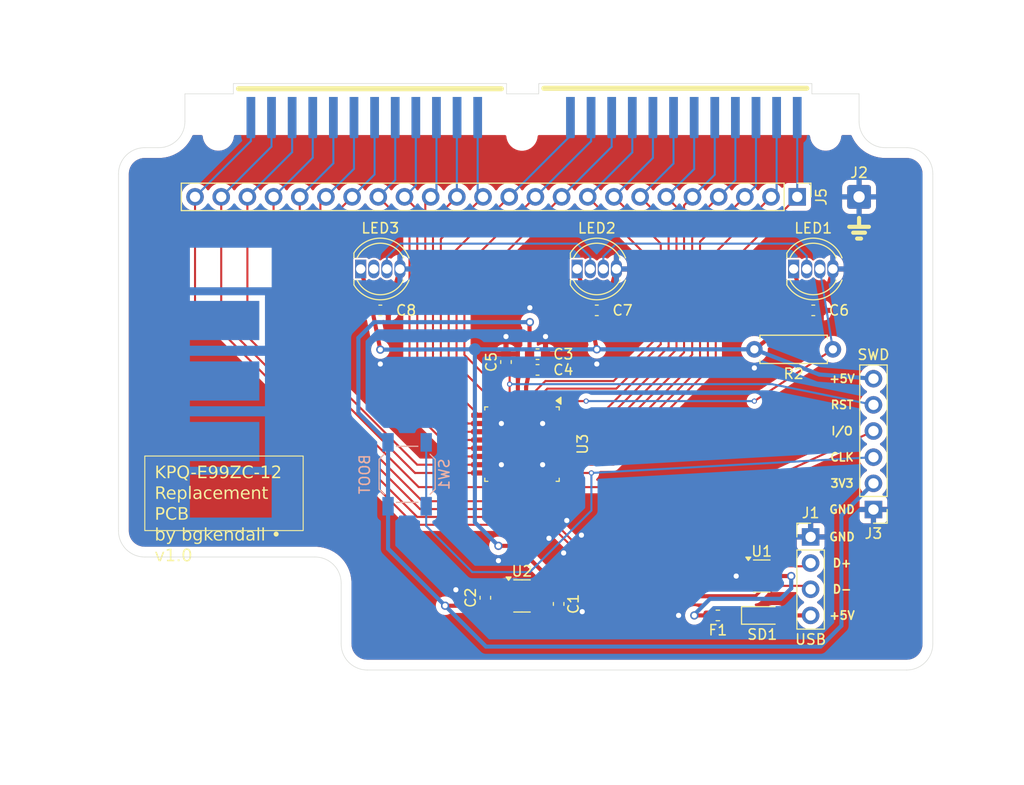
<source format=kicad_pcb>
(kicad_pcb (version 20241229) (generator "pcbnew") (generator_version "9.0")
  (title_block (title "KPQ-E99ZC-12 Replacement PCB") (date "2025-03-10") (rev "v1.0") (company "bgkendall"))
  (layers (0 "F.Cu" signal) (2 "B.Cu" signal) (13 "F.Paste" user) (15 "B.Paste" user) (5 "F.SilkS" user "F.Silkscreen") (7 "B.SilkS" user "B.Silkscreen") (1 "F.Mask" user) (3 "B.Mask" user) (25 "Edge.Cuts" user))
  (net 0 "")
  (net 1 "GND")
  (net 2 "+5V")
  (net 3 "+3V3")
  (net 4 "NRST")
  (net 5 "VBUS")
  (net 6 "USBP_D+")
  (net 7 "USBP_D-")
  (net 8 "SWDIO")
  (net 9 "BOOT0{slash}SWCLK")
  (net 10 "Col11")
  (net 11 "Col8")
  (net 12 "Col15")
  (net 13 "Col10")
  (net 14 "Col7")
  (net 15 "Col12")
  (net 16 "Col14")
  (net 17 "Col9")
  (net 18 "Col6")
  (net 19 "Col5")
  (net 20 "Col16")
  (net 21 "Col13")
  (net 22 "Row1")
  (net 23 "Col1")
  (net 24 "Col3")
  (net 25 "Col2")
  (net 26 "Row6")
  (net 27 "Row2")
  (net 28 "Row5")
  (net 29 "Row3")
  (net 30 "Col4")
  (net 31 "Row4")
  (net 32 "Row8")
  (net 33 "Row7")
  (net 34 "LED")
  (net 35 "Net-(LED1-DOUT)")
  (net 36 "Net-(LED2-DOUT)")
  (net 38 "USB_D-")
  (net 39 "USB_D+")
  (net 40 "Net-(SD1-K)")
  (footprint "Project_Library:PinHeader_1x04_P2.54mm_Vertical" (layer "F.Cu") (at 128 139.010355)
    (property "Reference" "J1")
    (property "Value" "USB")
  )
  (footprint "Capacitor_SMD:C_0603_1608Metric" (layer "F.Cu") (at 96.444 144.916 90)
    (property "Reference" "C2")
    (property "Value" "1µF")
  )
  (footprint "Diode_SMD:D_SOD-323_HandSoldering" (layer "F.Cu") (at 123.306 146.630355)
    (property "Reference" "SD1")
    (property "Value" "PMEG2010EA")
  )
  (footprint "Resistor_THT:R_Axial_DIN0207_L6.3mm_D2.5mm_P7.62mm_Horizontal" (layer "F.Cu") (at 130.161 120.8 180)
    (property "Reference" "R2")
    (property "Value" "10kΩ")
  )
  (footprint "Capacitor_SMD:C_0603_1608Metric" (layer "F.Cu") (at 107.256 117.018 180)
    (property "Reference" "C7")
    (property "Value" "100nF")
  )
  (footprint "Package_TO_SOT_SMD:SOT-23-6" (layer "F.Cu") (at 123.256 142.810355)
    (property "Reference" "U1")
    (property "Value" "USBLC6-2SC6")
  )
  (footprint "Connector_Wire:SolderWire-0.5sqmm_1x01_D0.9mm_OD2.3mm" (layer "F.Cu") (at 132.7 106)
    (property "Reference" "J2")
    (property "Value" "Chassis")
  )
  (footprint "Package_QFP:LQFP-32_7x7mm_P0.8mm" (layer "F.Cu") (at 100 130 -90)
    (property "Reference" "U3")
    (property "Value" "STM32C071KBT6")
  )
  (footprint "LED_THT:LED_D5.0mm-4_RGB" (layer "F.Cu") (at 105.351 113)
    (property "Reference" "LED2")
    (property "Value" "8mm RGB LED")
  )
  (footprint "Package_TO_SOT_SMD:SOT-23-3" (layer "F.Cu") (at 100 144.741)
    (property "Reference" "U2")
    (property "Value" "XC6206P332MR-G")
  )
  (footprint "Connector_PinHeader_2.54mm:PinHeader_1x24_P2.54mm_Vertical" (layer "F.Cu") (at 126.7 106 -90)
    (property "Reference" "J5")
    (property "Value" "Alternate Connector")
  )
  (footprint "LED_THT:LED_D5.0mm-4_RGB" (layer "F.Cu") (at 126.351 113)
    (property "Reference" "LED1")
    (property "Value" "8mm RGB LED")
  )
  (footprint "Capacitor_SMD:C_0603_1608Metric" (layer "F.Cu") (at 98.4464 122.0324 90)
    (property "Reference" "C5")
    (property "Value" "100nF")
  )
  (footprint "Capacitor_SMD:C_0603_1608Metric" (layer "F.Cu") (at 103.556 145.516 -90)
    (property "Reference" "C1")
    (property "Value" "1µF")
  )
  (footprint "Capacitor_SMD:C_0603_1608Metric" (layer "F.Cu") (at 128.256 117.018 180)
    (property "Reference" "C6")
    (property "Value" "100nF")
  )
  (footprint "Capacitor_SMD:C_0603_1608Metric" (layer "F.Cu") (at 101.5074 122.7944)
    (property "Reference" "C4")
    (property "Value" "100nF")
  )
  (footprint "LED_THT:LED_D5.0mm-4_RGB" (layer "F.Cu") (at 84.351 113)
    (property "Reference" "LED3")
    (property "Value" "8mm RGB LED")
  )
  (footprint "Capacitor_SMD:C_0603_1608Metric" (layer "F.Cu") (at 86.256 117.018 180)
    (property "Reference" "C8")
    (property "Value" "100nF")
  )
  (footprint "Fuse:Fuse_0603_1608Metric_Pad1.05x0.95mm_HandSolder" (layer "F.Cu") (at 119.002 146.630355 180)
    (property "Reference" "F1")
    (property "Value" "500mA")
  )
  (footprint "Project_Library:PinHeader_1x06_P2.54mm_Vertical" (layer "F.Cu") (at 134.096 136.35 180)
    (property "Reference" "J3")
    (property "Value" "SWD")
  )
  (footprint "Capacitor_SMD:C_0603_1608Metric" (layer "F.Cu") (at 101.5074 121.2704)
    (property "Reference" "C3")
    (property "Value" "4.7µF")
  )
  (footprint "Button_Switch_SMD:SW_SPST_SKQG_WithStem" (layer "B.Cu") (at 88.856 132.93 90)
    (property "Reference" "SW1")
    (property "Value" "BOOT")
  )
  (footprint "Project_Library:Edge_Connector_01x24" (layer "B.Cu") (at 100 100 180)
    (property "Reference" "J4" (hide yes))
    (property "Value" "Edge Connector")
    (fp_line (start 32.7 4) (end 28 4) (stroke (width 0.05)) (layer "Edge.Cuts"))
    (fp_line (start 32.7 1.315) (end 32.7 4) (stroke (width 0.05)) (layer "Edge.Cuts"))
    (fp_line (start 28 5) (end 28 4) (stroke (width 0.05)) (layer "Edge.Cuts"))
    (fp_line (start 1.5 5) (end 28 5) (stroke (width 0.05)) (layer "Edge.Cuts"))
    (fp_line (start 1.5 4) (end 1.5 5) (stroke (width 0.05)) (layer "Edge.Cuts"))
    (fp_line (start -1.625 5) (end -1.625 4) (stroke (width 0.05)) (layer "Edge.Cuts"))
    (fp_line (start -1.625 4) (end 1.5 4) (stroke (width 0.05)) (layer "Edge.Cuts"))
    (fp_line (start -28.125 5) (end -1.625 5) (stroke (width 0.05)) (layer "Edge.Cuts"))
    (fp_line (start -28.125 5) (end -28.125 4) (stroke (width 0.05)) (layer "Edge.Cuts"))
    (fp_line (start -32.7 4) (end -28.125 4) (stroke (width 0.05)) (layer "Edge.Cuts"))
    (fp_line (start -32.7 4) (end -32.7 1.315) (stroke (width 0.05)) (layer "Edge.Cuts"))
    (fp_arc (start 32.7 1.315) (mid 33.443949 -0.481051) (end 35.24 -1.225) (stroke (width 0.05)) (layer "Edge.Cuts"))
    (fp_arc (start -35.24 -1.225) (mid -33.443949 -0.481051) (end -32.7 1.315) (stroke (width 0.05)) (layer "Edge.Cuts"))
  )
  (gr_line (start 139.856 103.765) (end 139.856 149.39) (stroke (width 0.05)) (layer "Edge.Cuts"))
  (gr_line (start 137.316 151.93) (end 84.996 151.93) (stroke (width 0.05)) (layer "Edge.Cuts"))
  (gr_line (start 63.396 101.225) (end 64.76 101.225) (stroke (width 0.05)) (layer "Edge.Cuts"))
  (gr_arc (start 139.856 149.39) (mid 139.112051 151.186051) (end 137.316 151.93) (stroke (width 0.05)) (layer "Edge.Cuts"))
  (gr_line (start 135.24 101.225) (end 137.316 101.225) (stroke (width 0.05)) (layer "Edge.Cuts"))
  (gr_arc (start 60.856 103.765) (mid 61.599949 101.968949) (end 63.396 101.225) (stroke (width 0.05)) (layer "Edge.Cuts"))
  (gr_arc (start 63.396 140.96) (mid 61.599949 140.216051) (end 60.856 138.42) (stroke (width 0.05)) (layer "Edge.Cuts"))
  (gr_line (start 63.396 140.96) (end 79.916 140.96) (stroke (width 0.05)) (layer "Edge.Cuts"))
  (gr_line (start 60.856 138.42) (end 60.856 103.765) (stroke (width 0.05)) (layer "Edge.Cuts"))
  (gr_arc (start 79.916 140.96) (mid 81.712051 141.703949) (end 82.456 143.5) (stroke (width 0.05)) (layer "Edge.Cuts"))
  (gr_arc (start 137.316 101.225) (mid 139.112051 101.968949) (end 139.856 103.765) (stroke (width 0.05)) (layer "Edge.Cuts"))
  (gr_arc (start 84.996 151.93) (mid 83.199949 151.186051) (end 82.456 149.39) (stroke (width 0.05)) (layer "Edge.Cuts"))
  (gr_line (start 82.456 143.5) (end 82.456 149.39) (stroke (width 0.05)) (layer "Edge.Cuts"))
  (gr_text "ミツミ" (at 66.98 123.876 270) (layer "B.Cu" knockout) (effects (font (size 7 7) (thickness 1.25) (bold yes)) (justify bottom mirror)))
  (gr_text "⏚" (at 132.7 109.144 0) (layer "F.SilkS") (effects (font (size 2 2) (thickness 0.4))))
  (gr_text_box "${TITLE}\nby ${COMPANY} • ${REVISION}" (start 63.40594 131.155893) (end 78.77294 138.394893) (margins 1.0025 1.0025 1.0025 1.0025) (layer "F.SilkS") (effects (font (size 1.2 1.2) (thickness 0.1)) (justify left top)) (border yes) (stroke (width 0.1)))
  (segment (start 98.4464 121.2574) (end 98.4464 119.558) (width 0.4) (layer "F.Cu") (net 1))
  (segment (start 123.28 142.295181) (end 123.28 140.238355) (width 0.3) (layer "F.Cu") (net 1))
  (segment (start 87.031 117.018) (end 88.161 113) (width 0.4) (layer "F.Cu") (net 1))
  (segment (start 98.8625 142.4605) (end 98.8625 143.791) (width 0.4) (layer "F.Cu") (net 1))
  (segment (start 99.6 125.825) (end 99.6 127.54) (width 0.4) (layer "F.Cu") (net 1))
  (segment (start 122.1185 142.810355) (end 122.764826 142.810355) (width 0.3) (layer "F.Cu") (net 1))
  (segment (start 120.78 142.810355) (end 122.1185 142.810355) (width 0.4) (layer "F.Cu") (net 1))
  (segment (start 123.28 140.238355) (end 124.508 139.010355) (width 0.3) (layer "F.Cu") (net 1))
  (segment (start 100.762 116.764) (end 100.508 116.764) (width 0.4) (layer "F.Cu") (net 1))
  (segment (start 129.031 117.018) (end 130.161 113) (width 0.4) (layer "F.Cu") (net 1))
  (segment (start 99.6 127.54) (end 100.06 128) (width 0.4) (layer "F.Cu") (net 1))
  (segment (start 100.06 128) (end 102 128) (width 0.4) (layer "F.Cu") (net 1))
  (segment (start 93.584 144.141) (end 96.444 144.141) (width 0.4) (layer "F.Cu") (net 1))
  (segment (start 97.714 141.312) (end 98.8625 142.4605) (width 0.4) (layer "F.Cu") (net 1))
  (segment (start 108.031 117.018) (end 109.161 113) (width 0.4) (layer "F.Cu") (net 1))
  (segment (start 103.556 146.291) (end 105.816 146.291) (width 0.4) (layer "F.Cu") (net 1))
  (segment (start 122.764826 142.810355) (end 123.28 142.295181) (width 0.3) (layer "F.Cu") (net 1))
  (segment (start 102.2824 121.2704) (end 102.2824 119.558) (width 0.4) (layer "F.Cu") (net 1))
  (segment (start 99.6 117.672) (end 99.6 125.825) (width 0.4) (layer "F.Cu") (net 1))
  (segment (start 105.7658 138.8366) (end 104.3434 137.4142) (width 0.4) (layer "F.Cu") (net 1))
  (segment (start 124.508 139.010355) (end 128 139.010355) (width 0.3) (layer "F.Cu") (net 1))
  (segment (start 105.816 146.254) (end 105.842 146.228) (width 0.4) (layer "F.Cu") (net 1))
  (segment (start 100.508 116.764) (end 99.6 117.672) (width 0.4) (layer "F.Cu") (net 1))
  (via (at 104.0386 140.5638) (size 0.8) (drill 0.5) (layers "F.Cu" "B.Cu") (net 1))
  (via (at 98 132) (size 0.8) (drill 0.5) (layers "F.Cu" "B.Cu") (net 1))
  (via (at 98.4464 119.558) (size 0.8) (drill 0.5) (layers "F.Cu" "B.Cu") (net 1))
  (via (at 102 128) (size 0.8) (drill 0.5) (layers "F.Cu" "B.Cu") (net 1))
  (via (at 86.256 122.225) (size 0.8) (drill 0.5) (layers "F.Cu" "B.Cu") (net 1))
  (via (at 100.762 116.764) (size 0.8) (drill 0.5) (layers "F.Cu" "B.Cu") (net 1))
  (via (at 98 128) (size 0.8) (drill 0.5) (layers "F.Cu" "B.Cu") (net 1))
  (via (at 93.584 144.141) (size 0.8) (drill 0.5) (layers "F.Cu" "B.Cu") (net 1))
  (via (at 105.7658 138.8366) (size 0.8) (drill 0.5) (layers "F.Cu" "B.Cu") (net 1))
  (via (at 104.3434 137.4142) (size 0.8) (drill 0.5) (layers "F.Cu" "B.Cu") (net 1))
  (via (at 115.192 146.630355) (size 0.8) (drill 0.5) (layers "F.Cu" "B.Cu") (net 1))
  (via (at 120.78 142.810355) (size 0.8) (drill 0.5) (layers "F.Cu" "B.Cu") (net 1))
  (via (at 102 132) (size 0.8) (drill 0.5) (layers "F.Cu" "B.Cu") (net 1))
  (via (at 105.842 146.265) (size 0.8) (drill 0.5) (layers "F.Cu" "B.Cu") (net 1))
  (via (at 107.256 122.225) (size 0.8) (drill 0.5) (layers "F.Cu" "B.Cu") (net 1))
  (via (at 122.541 122.606) (size 0.8) (drill 0.5) (layers "F.Cu" "B.Cu") (net 1))
  (via (at 97.714 141.312) (size 0.8) (drill 0.5) (layers "F.Cu" "B.Cu") (net 1))
  (via (at 102.6162 139.1414) (size 0.8) (drill 0.5) (layers "F.Cu" "B.Cu") (net 1))
  (via (at 102.2824 119.558) (size 0.8) (drill 0.5) (layers "F.Cu" "B.Cu") (net 1))
  (segment (start 120.78 142.810355) (end 105.7658 138.8366) (width 0.4) (layer "B.Cu") (net 1))
  (segment (start 104.3434 137.4142) (end 102 132) (width 0.4) (layer "B.Cu") (net 1))
  (segment (start 102 132) (end 102 128) (width 0.4) (layer "B.Cu") (net 1))
  (segment (start 126.114 142.810355) (end 124.3935 142.810355) (width 0.4) (layer "F.Cu") (net 2))
  (segment (start 85.481 117.018) (end 86.256 120.828) (width 0.4) (layer "F.Cu") (net 2))
  (segment (start 123.756 142.810355) (end 123.255905 143.31045) (width 0.3) (layer "F.Cu") (net 2))
  (segment (start 122.541 120.8) (end 127.481 117.018) (width 0.4) (layer "F.Cu") (net 2))
  (segment (start 127.481 117.018) (end 126.351 113) (width 0.4) (layer "F.Cu") (net 2))
  (segment (start 97.714 139.878) (end 99.492 139.878) (width 0.4) (layer "F.Cu") (net 2))
  (segment (start 99.492 139.878) (end 103.556 143.942) (width 0.4) (layer "F.Cu") (net 2))
  (segment (start 85.481 117.018) (end 84.351 113) (width 0.4) (layer "F.Cu") (net 2))
  (segment (start 118.127001 146.630355) (end 116.716 146.630355) (width 0.4) (layer "F.Cu") (net 2))
  (segment (start 123.255905 144.13955) (end 122.6251 144.770355) (width 0.3) (layer "F.Cu") (net 2))
  (segment (start 123.255905 143.31045) (end 123.255905 144.13955) (width 0.3) (layer "F.Cu") (net 2))
  (segment (start 106.481 117.018) (end 107.256 120.8) (width 0.4) (layer "F.Cu") (net 2))
  (segment (start 103.556 144.770355) (end 122.6251 144.770355) (width 0.4) (layer "F.Cu") (net 2))
  (segment (start 103.556 143.942) (end 103.556 144.741) (width 0.4) (layer "F.Cu") (net 2))
  (segment (start 101.1375 144.741) (end 103.556 144.741) (width 0.4) (layer "F.Cu") (net 2))
  (segment (start 106.481 117.018) (end 105.351 113) (width 0.4) (layer "F.Cu") (net 2))
  (via (at 107.256 120.8) (size 0.8) (drill 0.5) (layers "F.Cu" "B.Cu") (net 2))
  (via (at 97.714 139.878) (size 0.8) (drill 0.5) (layers "F.Cu" "B.Cu") (net 2))
  (via (at 86.256 120.828) (size 0.8) (drill 0.5) (layers "F.Cu" "B.Cu") (net 2))
  (via (at 116.716 146.630355) (size 0.8) (drill 0.5) (layers "F.Cu" "B.Cu") (net 2))
  (via (at 126.114 142.810355) (size 0.8) (drill 0.5) (layers "F.Cu" "B.Cu") (net 2))
  (segment (start 128.829 123.241) (end 134.096 123.65) (width 0.4) (layer "B.Cu") (net 2))
  (segment (start 118.24 145.024355) (end 125.098 145.024355) (width 0.4) (layer "B.Cu") (net 2))
  (segment (start 95.428 120.8) (end 95.428 137.592) (width 0.4) (layer "B.Cu") (net 2))
  (segment (start 95.428 137.592) (end 97.714 139.878) (width 0.4) (layer "B.Cu") (net 2))
  (segment (start 125.098 145.024355) (end 126.114 144.008355) (width 0.4) (layer "B.Cu") (net 2))
  (segment (start 126.114 144.008355) (end 126.114 142.810355) (width 0.4) (layer "B.Cu") (net 2))
  (segment (start 122.541 120.8) (end 128.829 123.241) (width 0.4) (layer "B.Cu") (net 2))
  (segment (start 116.716 146.548355) (end 118.24 145.024355) (width 0.4) (layer "B.Cu") (net 2))
  (segment (start 86.256 120.828) (end 95.428 120.8) (width 0.4) (layer "B.Cu") (net 2))
  (segment (start 95.428 120.8) (end 122.541 120.8) (width 0.4) (layer "B.Cu") (net 2))
  (segment (start 95.4 120.828) (end 95.428 120.8) (width 0.4) (layer "B.Cu") (net 2))
  (segment (start 100.7324 118.1906) (end 100.762 118.161) (width 0.4) (layer "F.Cu") (net 3))
  (segment (start 100.4 124.4328) (end 100.7324 122.7944) (width 0.4) (layer "F.Cu") (net 3))
  (segment (start 100.7324 121.2704) (end 100.7324 118.1906) (width 0.4) (layer "F.Cu") (net 3))
  (segment (start 100.4 125.825) (end 100.4 124.4328) (width 0.4) (layer "F.Cu") (net 3))
  (segment (start 92.544 145.691) (end 92.54 145.687) (width 0.4) (layer "F.Cu") (net 3))
  (segment (start 100.7324 122.7944) (end 100.7324 121.2704) (width 0.4) (layer "F.Cu") (net 3))
  (segment (start 96.444 145.691) (end 92.544 145.691) (width 0.4) (layer "F.Cu") (net 3))
  (segment (start 98.8625 145.691) (end 96.444 145.691) (width 0.4) (layer "F.Cu") (net 3))
  (via (at 92.54 145.687) (size 0.8) (drill 0.5) (layers "F.Cu" "B.Cu") (net 3))
  (via (at 100.762 118.161) (size 0.8) (drill 0.5) (layers "F.Cu" "B.Cu") (net 3))
  (segment (start 87.005999 129.83) (end 87.005999 140.152999) (width 0.4) (layer "B.Cu") (net 3))
  (segment (start 130.988 147.625) (end 130.988 136.918) (width 0.4) (layer "B.Cu") (net 3))
  (segment (start 84.125 119.685) (end 84.125 126.949001) (width 0.4) (layer "B.Cu") (net 3))
  (segment (start 130.988 136.918) (end 134.096 133.81) (width 0.4) (layer "B.Cu") (net 3))
  (segment (start 128.956 149.657) (end 130.988 147.625) (width 0.4) (layer "B.Cu") (net 3))
  (segment (start 87.005999 140.152999) (end 96.51 149.657) (width 0.4) (layer "B.Cu") (net 3))
  (segment (start 84.125 126.949001) (end 87.005999 129.83) (width 0.4) (layer "B.Cu") (net 3))
  (segment (start 96.51 149.657) (end 128.956 149.657) (width 0.4) (layer "B.Cu") (net 3))
  (segment (start 85.649 118.161) (end 84.125 119.685) (width 0.4) (layer "B.Cu") (net 3))
  (segment (start 100.762 118.161) (end 85.649 118.161) (width 0.4) (layer "B.Cu") (net 3))
  (segment (start 98.8 123.876) (end 98.8 122.7944) (width 0.2) (layer "F.Cu") (net 4))
  (segment (start 98.8 125.825) (end 98.8 123.876) (width 0.2) (layer "F.Cu") (net 4))
  (via (at 98.8 124.1808) (size 0.5) (drill 0.3) (layers "F.Cu" "B.Cu") (net 4))
  (segment (start 124.257 124.1808) (end 134.096 126.19) (width 0.2) (layer "B.Cu") (net 4))
  (segment (start 98.8 124.1808) (end 124.257 124.1808) (width 0.2) (layer "B.Cu") (net 4))
  (segment (start 128 146.630355) (end 124.555999 146.630355) (width 0.4) (layer "F.Cu") (net 5))
  (segment (start 124.3935 141.860355) (end 127.69 141.860355) (width 0.2) (layer "F.Cu") (net 6))
  (segment (start 124.3935 143.760355) (end 127.67 143.760355) (width 0.2) (layer "F.Cu") (net 7))
  (segment (start 127.67 143.760355) (end 128 144.090355) (width 0.2) (layer "F.Cu") (net 7))
  (segment (start 122.352 134.175) (end 134.096 128.73) (width 0.2) (layer "F.Cu") (net 8))
  (segment (start 122.352 134.175) (end 102.8 134.175) (width 0.2) (layer "F.Cu") (net 8))
  (segment (start 104.175 132.8) (end 106.731 132.8) (width 0.2) (layer "F.Cu") (net 9))
  (via (at 106.731 132.8) (size 0.5) (drill 0.3) (layers "F.Cu" "B.Cu") (net 9))
  (segment (start 95.174 142.418) (end 100.762 142.418) (width 0.2) (layer "B.Cu") (net 9))
  (segment (start 90.706001 136.03) (end 90.706001 137.950001) (width 0.2) (layer "B.Cu") (net 9))
  (segment (start 100.762 142.418) (end 106.731 136.449) (width 0.2) (layer "B.Cu") (net 9))
  (segment (start 90.706001 129.83) (end 90.706001 136.03) (width 0.2) (layer "B.Cu") (net 9))
  (segment (start 90.706001 137.950001) (end 95.174 142.418) (width 0.2) (layer "B.Cu") (net 9))
  (segment (start 106.731 136.449) (end 106.731 132.751757) (width 0.2) (layer "B.Cu") (net 9))
  (segment (start 106.731 132.8) (end 134.096 131.27) (width 0.2) (layer "B.Cu") (net 9))
  (segment (start 80.442 106.538) (end 80.98 106) (width 0.2) (layer "F.Cu") (net 10))
  (segment (start 95.825 132.8) (end 89.62 132.8) (width 0.2) (layer "F.Cu") (net 10))
  (segment (start 89.62 132.8) (end 80.442 123.622) (width 0.2) (layer "F.Cu") (net 10))
  (segment (start 80.442 123.622) (end 80.442 106.538) (width 0.2) (layer "F.Cu") (net 10))
  (segment (start 83.7 103.28) (end 83.7 98) (width 0.2) (layer "B.Cu") (net 10))
  (segment (start 80.98 106) (end 83.7 103.28) (width 0.2) (layer "B.Cu") (net 10))
  (segment (start 89.84 126.1472) (end 89.84 107.24) (width 0.2) (layer "F.Cu") (net 11))
  (segment (start 94.0928 130.4) (end 89.84 126.1472) (width 0.2) (layer "F.Cu") (net 11))
  (segment (start 95.825 130.4) (end 94.0928 130.4) (width 0.2) (layer "F.Cu") (net 11))
  (segment (start 89.84 107.24) (end 88.6 106) (width 0.2) (layer "F.Cu") (net 11))
  (segment (start 88.6 106) (end 89.7 104.9) (width 0.2) (layer "B.Cu") (net 11))
  (segment (start 89.7 104.9) (end 89.7 98) (width 0.2) (layer "B.Cu") (net 11))
  (segment (start 99.6 134.924999) (end 97.455799 137.0692) (width 0.2) (layer "F.Cu") (net 12))
  (segment (start 89.8252 137.0692) (end 70.82 118.064) (width 0.2) (layer "F.Cu") (net 12))
  (segment (start 99.6 134.175) (end 99.6 134.924999) (width 0.2) (layer "F.Cu") (net 12))
  (segment (start 70.82 118.064) (end 70.82 106) (width 0.2) (layer "F.Cu") (net 12))
  (segment (start 97.455799 137.0692) (end 89.8252 137.0692) (width 0.2) (layer "F.Cu") (net 12))
  (segment (start 75.7 101.12) (end 75.7 98) (width 0.2) (layer "B.Cu") (net 12))
  (segment (start 70.82 106) (end 75.7 101.12) (width 0.2) (layer "B.Cu") (net 12))
  (segment (start 89.836 132) (end 82.474 124.638) (width 0.2) (layer "F.Cu") (net 13))
  (segment (start 82.474 124.638) (end 82.474 107.046) (width 0.2) (layer "F.Cu") (net 13))
  (segment (start 95.825 132) (end 89.836 132) (width 0.2) (layer "F.Cu") (net 13))
  (segment (start 82.474 107.046) (end 83.52 106) (width 0.2) (layer "F.Cu") (net 13))
  (segment (start 85.7 103.82) (end 85.7 98) (width 0.2) (layer "B.Cu") (net 13))
  (segment (start 83.52 106) (end 85.7 103.82) (width 0.2) (layer "B.Cu") (net 13))
  (segment (start 90.62 125.9112) (end 94.3088 129.6) (width 0.2) (layer "F.Cu") (net 14))
  (segment (start 90.62 125.9112) (end 90.62 106.52) (width 0.2) (layer "F.Cu") (net 14))
  (segment (start 95.825 129.6) (end 94.3088 129.6) (width 0.2) (layer "F.Cu") (net 14))
  (segment (start 91.7 105.44) (end 91.7 98) (width 0.2) (layer "B.Cu") (net 14))
  (segment (start 91.14 106) (end 91.7 105.44) (width 0.2) (layer "B.Cu") (net 14))
  (segment (start 97.2 134.175) (end 89.979 134.175) (width 0.2) (layer "F.Cu") (net 15))
  (segment (start 78.44 122.636) (end 78.44 106) (width 0.2) (layer "F.Cu") (net 15))
  (segment (start 89.979 134.175) (end 78.44 122.636) (width 0.2) (layer "F.Cu") (net 15))
  (segment (start 81.7 102.74) (end 81.7 98) (width 0.2) (layer "B.Cu") (net 15))
  (segment (start 78.44 106) (end 81.7 102.74) (width 0.2) (layer "B.Cu") (net 15))
  (segment (start 73.36 119.55845) (end 73.36 106) (width 0.2) (layer "F.Cu") (net 16))
  (segment (start 98.8 134.175) (end 98.8 134.924999) (width 0.2) (layer "F.Cu") (net 16))
  (segment (start 90.10875 136.3072) (end 73.36 119.55845) (width 0.2) (layer "F.Cu") (net 16))
  (segment (start 97.417799 136.3072) (end 90.10875 136.3072) (width 0.2) (layer "F.Cu") (net 16))
  (segment (start 98.8 134.924999) (end 97.417799 136.3072) (width 0.2) (layer "F.Cu") (net 16))
  (segment (start 73.36 106) (end 77.7 101.66) (width 0.2) (layer "B.Cu") (net 16))
  (segment (start 77.7 101.66) (end 77.7 98) (width 0.2) (layer "B.Cu") (net 16))
  (segment (start 89.0854 126.4086) (end 89.0854 109.0254) (width 0.2) (layer "F.Cu") (net 17))
  (segment (start 95.825 131.2) (end 93.8768 131.2) (width 0.2) (layer "F.Cu") (net 17))
  (segment (start 89.0854 109.0254) (end 86.06 106) (width 0.2) (layer "F.Cu") (net 17))
  (segment (start 93.8768 131.2) (end 89.0854 126.4086) (width 0.2) (layer "F.Cu") (net 17))
  (segment (start 87.7 104.36) (end 87.7 98) (width 0.2) (layer "B.Cu") (net 17))
  (segment (start 86.06 106) (end 87.7 104.36) (width 0.2) (layer "B.Cu") (net 17))
  (segment (start 95.825 128.8) (end 94.5248 128.8) (width 0.2) (layer "F.Cu") (net 18))
  (segment (start 91.364 125.6392) (end 91.364 108.316) (width 0.2) (layer "F.Cu") (net 18))
  (segment (start 91.364 108.316) (end 93.68 106) (width 0.2) (layer "F.Cu") (net 18))
  (segment (start 94.5248 128.8) (end 91.364 125.6392) (width 0.2) (layer "F.Cu") (net 18))
  (segment (start 93.68 106) (end 93.68 98.02) (width 0.2) (layer "B.Cu") (net 18))
  (segment (start 92.126 125.3852) (end 92.126 110.094) (width 0.2) (layer "F.Cu") (net 19))
  (segment (start 95.825 128) (end 94.7408 128) (width 0.2) (layer "F.Cu") (net 19))
  (segment (start 92.126 110.094) (end 96.22 106) (width 0.2) (layer "F.Cu") (net 19))
  (segment (start 94.7408 128) (end 92.126 125.3852) (width 0.2) (layer "F.Cu") (net 19))
  (segment (start 95.7 105.48) (end 95.7 98) (width 0.2) (layer "B.Cu") (net 19))
  (segment (start 68.28 116.54) (end 68.28 106) (width 0.2) (layer "F.Cu") (net 20))
  (segment (start 97.493799 137.8312) (end 89.5712 137.8312) (width 0.2) (layer "F.Cu") (net 20))
  (segment (start 100.4 134.924999) (end 97.493799 137.8312) (width 0.2) (layer "F.Cu") (net 20))
  (segment (start 100.4 134.175) (end 100.4 134.924999) (width 0.2) (layer "F.Cu") (net 20))
  (segment (start 89.5712 137.8312) (end 68.28 116.54) (width 0.2) (layer "F.Cu") (net 20))
  (segment (start 73.7 98.3) (end 73.7 100.58) (width 0.2) (layer "B.Cu") (net 20))
  (segment (start 73.7 100.58) (end 68.28 106) (width 0.2) (layer "B.Cu") (net 20))
  (segment (start 90.3332 135.5452) (end 75.9 121.112) (width 0.2) (layer "F.Cu") (net 21))
  (segment (start 98 134.924999) (end 97.379799 135.5452) (width 0.2) (layer "F.Cu") (net 21))
  (segment (start 97.379799 135.5452) (end 90.3332 135.5452) (width 0.2) (layer "F.Cu") (net 21))
  (segment (start 75.9 121.112) (end 75.9 106) (width 0.2) (layer "F.Cu") (net 21))
  (segment (start 98 134.175) (end 98 134.924999) (width 0.2) (layer "F.Cu") (net 21))
  (segment (start 79.7 102.2) (end 79.7 98) (width 0.2) (layer "B.Cu") (net 21))
  (segment (start 75.9 106) (end 79.7 102.2) (width 0.2) (layer "B.Cu") (net 21))
  (segment (start 126.7 106) (end 118.796 113.904) (width 0.2) (layer "F.Cu") (net 22))
  (segment (start 118.796 122.0832) (end 108.8792 132) (width 0.2) (layer "F.Cu") (net 22))
  (segment (start 118.796 113.904) (end 118.796 122.0832) (width 0.2) (layer "F.Cu") (net 22))
  (segment (start 108.8792 132) (end 104.175 132) (width 0.2) (layer "F.Cu") (net 22))
  (segment (start 126.7 106) (end 126.7 98) (width 0.2) (layer "B.Cu") (net 22))
  (segment (start 102.2712 123.876) (end 108.89 123.876) (width 0.2) (layer "F.Cu") (net 23))
  (segment (start 101.2 124.9472) (end 102.2712 123.876) (width 0.2) (layer "F.Cu") (net 23))
  (segment (start 108.89 123.876) (end 112.7 120.066) (width 0.2) (layer "F.Cu") (net 23))
  (segment (start 112.7 120.066) (end 112.7 112.32) (width 0.2) (layer "F.Cu") (net 23))
  (segment (start 101.2 125.825) (end 101.2 124.9472) (width 0.2) (layer "F.Cu") (net 23))
  (segment (start 112.7 112.32) (end 106.38 106) (width 0.2) (layer "F.Cu") (net 23))
  (segment (start 106.38 106) (end 110.7 101.68) (width 0.2) (layer "B.Cu") (net 23))
  (segment (start 110.7 101.68) (end 110.7 98) (width 0.2) (layer "B.Cu") (net 23))
  (segment (start 93.65 113.65) (end 101.3 106) (width 0.2) (layer "F.Cu") (net 24))
  (segment (start 97.2 125.825) (end 93.65 122.275) (width 0.2) (layer "F.Cu") (net 24))
  (segment (start 93.65 122.275) (end 93.65 113.65) (width 0.2) (layer "F.Cu") (net 24))
  (segment (start 106.7 100.6) (end 106.7 98) (width 0.2) (layer "B.Cu") (net 24))
  (segment (start 101.3 106) (end 106.7 100.6) (width 0.2) (layer "B.Cu") (net 24))
  (segment (start 98 125.269082) (end 98 124.924) (width 0.2) (layer "F.Cu") (net 25))
  (segment (start 94.412 115.428) (end 103.84 106) (width 0.2) (layer "F.Cu") (net 25))
  (segment (start 98 124.924) (end 94.412 121.336) (width 0.2) (layer "F.Cu") (net 25))
  (segment (start 94.412 121.336) (end 94.412 115.428) (width 0.2) (layer "F.Cu") (net 25))
  (segment (start 103.84 106) (end 108.7 101.14) (width 0.2) (layer "B.Cu") (net 25))
  (segment (start 108.7 101.14) (end 108.7 98) (width 0.2) (layer "B.Cu") (net 25))
  (segment (start 114.986 106.986) (end 114.986 120.8132) (width 0.2) (layer "F.Cu") (net 26))
  (segment (start 114 106) (end 114.986 106.986) (width 0.2) (layer "F.Cu") (net 26))
  (segment (start 107.7992 128) (end 104.175 128) (width 0.2) (layer "F.Cu") (net 26))
  (segment (start 114.986 120.8132) (end 107.7992 128) (width 0.2) (layer "F.Cu") (net 26))
  (segment (start 116.7 103.3) (end 116.7 98) (width 0.2) (layer "B.Cu") (net 26))
  (segment (start 114 106) (end 116.7 103.3) (width 0.2) (layer "B.Cu") (net 26))
  (segment (start 108.6632 131.2) (end 104.175 131.2) (width 0.2) (layer "F.Cu") (net 27))
  (segment (start 118.034 121.8292) (end 108.6632 131.2) (width 0.2) (layer "F.Cu") (net 27))
  (segment (start 124.16 106) (end 118.034 112.126) (width 0.2) (layer "F.Cu") (net 27))
  (segment (start 118.034 112.126) (end 118.034 121.8292) (width 0.2) (layer "F.Cu") (net 27))
  (segment (start 124.16 106) (end 124.7 105.46) (width 0.2) (layer "B.Cu") (net 27))
  (segment (start 124.7 105.46) (end 124.7 98) (width 0.2) (layer "B.Cu") (net 27))
  (segment (start 116.54 106) (end 115.722347 106.817653) (width 0.2) (layer "F.Cu") (net 28))
  (segment (start 115.722347 121.092853) (end 108.0152 128.8) (width 0.2) (layer "F.Cu") (net 28))
  (segment (start 115.722347 106.817653) (end 115.722347 121.092853) (width 0.2) (layer "F.Cu") (net 28))
  (segment (start 108.0152 128.8) (end 104.175 128.8) (width 0.2) (layer "F.Cu") (net 28))
  (segment (start 118.7 103.84) (end 118.7 98) (width 0.2) (layer "B.Cu") (net 28))
  (segment (start 116.54 106) (end 118.7 103.84) (width 0.2) (layer "B.Cu") (net 28))
  (segment (start 121.62 106) (end 117.272 110.348) (width 0.2) (layer "F.Cu") (net 29))
  (segment (start 117.272 121.5752) (end 108.4472 130.4) (width 0.2) (layer "F.Cu") (net 29))
  (segment (start 117.272 110.348) (end 117.272 121.5752) (width 0.2) (layer "F.Cu") (net 29))
  (segment (start 108.4472 130.4) (end 104.175 130.4) (width 0.2) (layer "F.Cu") (net 29))
  (segment (start 122.7 104.92) (end 122.7 98) (width 0.2) (layer "B.Cu") (net 29))
  (segment (start 121.62 106) (end 122.7 104.92) (width 0.2) (layer "B.Cu") (net 29))
  (segment (start 92.888 124.263) (end 92.888 111.872) (width 0.2) (layer "F.Cu") (net 30))
  (segment (start 95.825 127.2) (end 92.888 124.263) (width 0.2) (layer "F.Cu") (net 30))
  (segment (start 92.888 111.872) (end 98.76 106) (width 0.2) (layer "F.Cu") (net 30))
  (segment (start 98.76 106) (end 104.7 100.06) (width 0.2) (layer "B.Cu") (net 30))
  (segment (start 108.2312 129.6) (end 104.175 129.6) (width 0.2) (layer "F.Cu") (net 31))
  (segment (start 116.51 108.57) (end 116.51 121.3212) (width 0.2) (layer "F.Cu") (net 31))
  (segment (start 116.51 121.3212) (end 108.2312 129.6) (width 0.2) (layer "F.Cu") (net 31))
  (segment (start 119.08 106) (end 116.51 108.57) (width 0.2) (layer "F.Cu") (net 31))
  (segment (start 119.08 106) (end 120.7 104.38) (width 0.2) (layer "B.Cu") (net 31))
  (segment (start 120.7 104.38) (end 120.7 98) (width 0.2) (layer "B.Cu") (net 31))
  (segment (start 113.462 120.3052) (end 113.462 110.542) (width 0.2) (layer "F.Cu") (net 32))
  (segment (start 102.459001 124.616) (end 109.1512 124.616) (width 0.2) (layer "F.Cu") (net 32))
  (segment (start 109.1512 124.616) (end 113.462 120.3052) (width 0.2) (layer "F.Cu") (net 32))
  (segment (start 102 125.075001) (end 102.459001 124.616) (width 0.2) (layer "F.Cu") (net 32))
  (segment (start 102 125.825) (end 102 125.075001) (width 0.2) (layer "F.Cu") (net 32))
  (segment (start 113.462 110.542) (end 108.92 106) (width 0.2) (layer "F.Cu") (net 32))
  (segment (start 108.92 106) (end 112.7 102.22) (width 0.2) (layer "B.Cu") (net 32))
  (segment (start 112.7 102.22) (end 112.7 98) (width 0.2) (layer "B.Cu") (net 32))
  (segment (start 111.46 106) (end 114.224 108.764) (width 0.2) (layer "F.Cu") (net 33))
  (segment (start 114.224 108.764) (end 114.224 120.5592) (width 0.2) (layer "F.Cu") (net 33))
  (segment (start 107.5832 127.2) (end 104.175 127.2) (width 0.2) (layer "F.Cu") (net 33))
  (segment (start 114.224 120.5592) (end 107.5832 127.2) (width 0.2) (layer "F.Cu") (net 33))
  (segment (start 111.46 106) (end 114.7 102.76) (width 0.2) (layer "B.Cu") (net 33))
  (segment (start 114.7 102.76) (end 114.7 98) (width 0.2) (layer "B.Cu") (net 33))
  (segment (start 122.541 125.825) (end 130.161 120.8) (width 0.2) (layer "F.Cu") (net 34))
  (segment (start 106.221 125.825) (end 102.8 125.825) (width 0.2) (layer "F.Cu") (net 34))
  (via (at 122.541 125.825) (size 0.5) (drill 0.3) (layers "F.Cu" "B.Cu") (net 34))
  (via (at 106.221 125.825) (size 0.5) (drill 0.3) (layers "F.Cu" "B.Cu") (net 34))
  (segment (start 106.221 125.825) (end 122.479 125.825) (width 0.2) (layer "B.Cu") (net 34))
  (segment (start 130.161 120.8) (end 128.891 113) (width 0.2) (layer "B.Cu") (net 34))
  (segment (start 109.144 110.541) (end 126.416 110.541) (width 0.2) (layer "B.Cu") (net 35))
  (segment (start 107.891 113) (end 107.891 111.794) (width 0.2) (layer "B.Cu") (net 35))
  (segment (start 107.891 111.794) (end 109.144 110.541) (width 0.2) (layer "B.Cu") (net 35))
  (segment (start 127.621001 111.746001) (end 127.621001 113) (width 0.2) (layer "B.Cu") (net 35))
  (segment (start 126.416 110.541) (end 127.621001 111.746001) (width 0.2) (layer "B.Cu") (net 35))
  (segment (start 88.189 110.541) (end 86.891 111.839) (width 0.2) (layer "B.Cu") (net 36))
  (segment (start 86.891 111.839) (end 86.891 113) (width 0.2) (layer "B.Cu") (net 36))
  (segment (start 106.621001 111.828001) (end 105.334 110.541) (width 0.2) (layer "B.Cu") (net 36))
  (segment (start 106.621001 113) (end 106.621001 111.828001) (width 0.2) (layer "B.Cu") (net 36))
  (segment (start 105.334 110.541) (end 88.189 110.541) (width 0.2) (layer "B.Cu") (net 36))
  (segment (start 108.255 143.035355) (end 119.05 143.035355) (width 0.2) (layer "F.Cu") (net 38))
  (segment (start 107.919157 143.035355) (end 108.255 143.035355) (width 0.2) (layer "F.Cu") (net 38))
  (segment (start 120.828 143.760355) (end 122.1185 143.760355) (width 0.2) (layer "F.Cu") (net 38))
  (segment (start 101.375 135.475001) (end 101.375 136.491198) (width 0.2) (layer "F.Cu") (net 38))
  (segment (start 101.375 136.491198) (end 107.919157 143.035355) (width 0.2) (layer "F.Cu") (net 38))
  (segment (start 101.2 134.175) (end 101.375 135.475001) (width 0.2) (layer "F.Cu") (net 38))
  (segment (start 119.05 143.035355) (end 120.828 143.760355) (width 0.2) (layer "F.Cu") (net 38))
  (segment (start 102 134.175) (end 101.825 135.475001) (width 0.2) (layer "F.Cu") (net 39))
  (segment (start 101.825 136.304802) (end 108.105553 142.585355) (width 0.2) (layer "F.Cu") (net 39))
  (segment (start 108.105553 142.585355) (end 108.763 142.585355) (width 0.2) (layer "F.Cu") (net 39))
  (segment (start 108.763 142.585355) (end 119.05 142.585355) (width 0.2) (layer "F.Cu") (net 39))
  (segment (start 101.825 135.475001) (end 101.825 136.304802) (width 0.2) (layer "F.Cu") (net 39))
  (segment (start 120.828 141.860355) (end 122.1185 141.860355) (width 0.2) (layer "F.Cu") (net 39))
  (segment (start 119.05 142.585355) (end 120.828 141.860355) (width 0.2) (layer "F.Cu") (net 39))
  (segment (start 122.056001 146.630355) (end 119.876999 146.630355) (width 0.4) (layer "F.Cu") (net 40))
  (zone (net 1) (net_name "GND") (layers "F.Cu" "B.Cu") (connect_pads (clearance 0.5)) (min_thickness 0.25) (fill yes (thermal_gap 0.5) (thermal_bridge_width 0.5))
    (polygon (pts (xy 53.256 91.3488) (xy 143.256 91.3488) (xy 143.256 161.3488) (xy 53.256 161.3488)))
  )
  (zone (net 2) (net_name "+5V") (layer "B.Cu") (priority 2) (connect_pads (clearance 0.1)) (min_thickness 0.1) (fill yes (thermal_gap 0.5) (thermal_bridge_width 0.5))
    (polygon (pts (xy 96.016063 120.72258) (xy 95.975987 120.573016) (xy 95.898567 120.438921) (xy 95.789079 120.329433) (xy 95.654984 120.252013) (xy 95.50542 120.211937) (xy 95.35058 120.211937) (xy 95.201016 120.252013) (xy 95.066921 120.329433) (xy 94.957433 120.438921) (xy 94.880013 120.573016) (xy 94.839937 120.72258) (xy 94.839937 120.87742) (xy 94.880013 121.026984) (xy 94.957433 121.161079) (xy 95.066921 121.270567) (xy 95.201016 121.347987) (xy 95.35058 121.388063) (xy 95.50542 121.388063) (xy 95.654984 121.347987) (xy 95.789079 121.270567) (xy 95.898567 121.161079) (xy 95.975987 121.026984) (xy 96.016063 120.87742) (xy 96.016063 120.72258)))
  )
)
</source>
